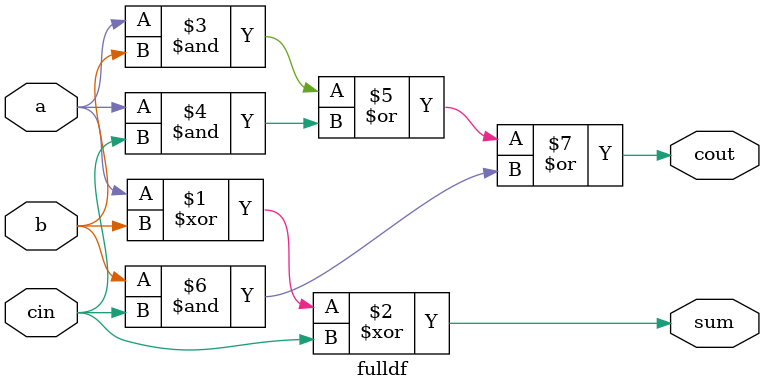
<source format=v>
`timescale 1ns / 1ps

module fulldf(
input a,b,cin, output sum,cout
    );
    assign sum=a^b^cin;
    assign cout=(a&b)|(a&cin)|(b&cin);
endmodule

</source>
